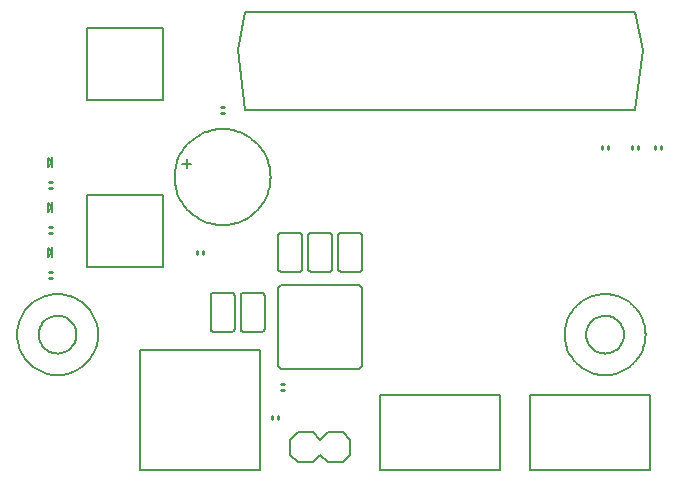
<source format=gto>
G75*
G70*
%OFA0B0*%
%FSLAX24Y24*%
%IPPOS*%
%LPD*%
%AMOC8*
5,1,8,0,0,1.08239X$1,22.5*
%
%ADD10C,0.0050*%
%ADD11C,0.0070*%
%ADD12C,0.0100*%
%ADD13C,0.0060*%
%ADD14C,0.0080*%
D10*
X013930Y001680D02*
X017930Y001680D01*
X017930Y004180D01*
X013930Y004180D01*
X013930Y001680D01*
X018930Y001680D02*
X018930Y004180D01*
X022930Y004180D01*
X022930Y001680D01*
X018930Y001680D01*
X022430Y013680D02*
X009430Y013680D01*
X009180Y015680D01*
X009430Y016930D01*
X022430Y016930D01*
X022680Y015680D01*
X022430Y013680D01*
D11*
X003000Y012100D02*
X003000Y011930D01*
X002860Y011780D01*
X002860Y012080D01*
X003001Y011930D01*
X003000Y011930D02*
X003000Y011760D01*
X003000Y010600D02*
X003000Y010430D01*
X002860Y010280D01*
X002860Y010580D01*
X003001Y010430D01*
X003000Y010430D02*
X003000Y010260D01*
X003000Y009100D02*
X003000Y008930D01*
X002860Y008780D01*
X002860Y009080D01*
X003001Y008930D01*
X003000Y008930D02*
X003000Y008760D01*
D12*
X002980Y008280D02*
X002880Y008280D01*
X002880Y008080D02*
X002980Y008080D01*
X002980Y009580D02*
X002880Y009580D01*
X002880Y009780D02*
X002980Y009780D01*
X002980Y011080D02*
X002880Y011080D01*
X002880Y011280D02*
X002980Y011280D01*
X007830Y008980D02*
X007830Y008880D01*
X008030Y008880D02*
X008030Y008980D01*
X010630Y004530D02*
X010730Y004530D01*
X010730Y004330D02*
X010630Y004330D01*
X010530Y003480D02*
X010530Y003380D01*
X010330Y003380D02*
X010330Y003480D01*
X021330Y012380D02*
X021330Y012480D01*
X021530Y012480D02*
X021530Y012380D01*
X022330Y012380D02*
X022330Y012480D01*
X022530Y012480D02*
X022530Y012380D01*
X023080Y012380D02*
X023080Y012480D01*
X023280Y012480D02*
X023280Y012380D01*
X008730Y013580D02*
X008630Y013580D01*
X008630Y013780D02*
X008730Y013780D01*
D13*
X005930Y005680D02*
X005930Y001680D01*
X009930Y001680D01*
X009930Y005680D01*
X005930Y005680D01*
X008280Y006380D02*
X008280Y007480D01*
X008282Y007497D01*
X008286Y007514D01*
X008293Y007530D01*
X008303Y007544D01*
X008316Y007557D01*
X008330Y007567D01*
X008346Y007574D01*
X008363Y007578D01*
X008380Y007580D01*
X008980Y007580D01*
X008997Y007578D01*
X009014Y007574D01*
X009030Y007567D01*
X009044Y007557D01*
X009057Y007544D01*
X009067Y007530D01*
X009074Y007514D01*
X009078Y007497D01*
X009080Y007480D01*
X009080Y006380D01*
X009078Y006363D01*
X009074Y006346D01*
X009067Y006330D01*
X009057Y006316D01*
X009044Y006303D01*
X009030Y006293D01*
X009014Y006286D01*
X008997Y006282D01*
X008980Y006280D01*
X008380Y006280D01*
X008363Y006282D01*
X008346Y006286D01*
X008330Y006293D01*
X008316Y006303D01*
X008303Y006316D01*
X008293Y006330D01*
X008286Y006346D01*
X008282Y006363D01*
X008280Y006380D01*
X009280Y006380D02*
X009280Y007480D01*
X009282Y007497D01*
X009286Y007514D01*
X009293Y007530D01*
X009303Y007544D01*
X009316Y007557D01*
X009330Y007567D01*
X009346Y007574D01*
X009363Y007578D01*
X009380Y007580D01*
X009980Y007580D01*
X009997Y007578D01*
X010014Y007574D01*
X010030Y007567D01*
X010044Y007557D01*
X010057Y007544D01*
X010067Y007530D01*
X010074Y007514D01*
X010078Y007497D01*
X010080Y007480D01*
X010080Y006380D01*
X010078Y006363D01*
X010074Y006346D01*
X010067Y006330D01*
X010057Y006316D01*
X010044Y006303D01*
X010030Y006293D01*
X010014Y006286D01*
X009997Y006282D01*
X009980Y006280D01*
X009380Y006280D01*
X009363Y006282D01*
X009346Y006286D01*
X009330Y006293D01*
X009316Y006303D01*
X009303Y006316D01*
X009293Y006330D01*
X009286Y006346D01*
X009282Y006363D01*
X009280Y006380D01*
X010530Y005130D02*
X010530Y007730D01*
X010630Y007830D01*
X013230Y007830D01*
X013330Y007730D01*
X013330Y005130D01*
X013230Y005030D01*
X010630Y005030D01*
X010530Y005130D01*
X011180Y002930D02*
X010930Y002680D01*
X010930Y002180D01*
X011180Y001930D01*
X011680Y001930D01*
X011930Y002180D01*
X012180Y001930D01*
X012680Y001930D01*
X012930Y002180D01*
X012930Y002680D01*
X012680Y002930D01*
X012180Y002930D01*
X011930Y002680D01*
X011680Y002930D01*
X011180Y002930D01*
X011230Y008280D02*
X010630Y008280D01*
X010613Y008282D01*
X010596Y008286D01*
X010580Y008293D01*
X010566Y008303D01*
X010553Y008316D01*
X010543Y008330D01*
X010536Y008346D01*
X010532Y008363D01*
X010530Y008380D01*
X010530Y009480D01*
X010532Y009497D01*
X010536Y009514D01*
X010543Y009530D01*
X010553Y009544D01*
X010566Y009557D01*
X010580Y009567D01*
X010596Y009574D01*
X010613Y009578D01*
X010630Y009580D01*
X011230Y009580D01*
X011247Y009578D01*
X011264Y009574D01*
X011280Y009567D01*
X011294Y009557D01*
X011307Y009544D01*
X011317Y009530D01*
X011324Y009514D01*
X011328Y009497D01*
X011330Y009480D01*
X011330Y008380D01*
X011328Y008363D01*
X011324Y008346D01*
X011317Y008330D01*
X011307Y008316D01*
X011294Y008303D01*
X011280Y008293D01*
X011264Y008286D01*
X011247Y008282D01*
X011230Y008280D01*
X011530Y008380D02*
X011530Y009480D01*
X011532Y009497D01*
X011536Y009514D01*
X011543Y009530D01*
X011553Y009544D01*
X011566Y009557D01*
X011580Y009567D01*
X011596Y009574D01*
X011613Y009578D01*
X011630Y009580D01*
X012230Y009580D01*
X012247Y009578D01*
X012264Y009574D01*
X012280Y009567D01*
X012294Y009557D01*
X012307Y009544D01*
X012317Y009530D01*
X012324Y009514D01*
X012328Y009497D01*
X012330Y009480D01*
X012330Y008380D01*
X012328Y008363D01*
X012324Y008346D01*
X012317Y008330D01*
X012307Y008316D01*
X012294Y008303D01*
X012280Y008293D01*
X012264Y008286D01*
X012247Y008282D01*
X012230Y008280D01*
X011630Y008280D01*
X011613Y008282D01*
X011596Y008286D01*
X011580Y008293D01*
X011566Y008303D01*
X011553Y008316D01*
X011543Y008330D01*
X011536Y008346D01*
X011532Y008363D01*
X011530Y008380D01*
X012530Y008380D02*
X012530Y009480D01*
X012532Y009497D01*
X012536Y009514D01*
X012543Y009530D01*
X012553Y009544D01*
X012566Y009557D01*
X012580Y009567D01*
X012596Y009574D01*
X012613Y009578D01*
X012630Y009580D01*
X013230Y009580D01*
X013247Y009578D01*
X013264Y009574D01*
X013280Y009567D01*
X013294Y009557D01*
X013307Y009544D01*
X013317Y009530D01*
X013324Y009514D01*
X013328Y009497D01*
X013330Y009480D01*
X013330Y008380D01*
X013328Y008363D01*
X013324Y008346D01*
X013317Y008330D01*
X013307Y008316D01*
X013294Y008303D01*
X013280Y008293D01*
X013264Y008286D01*
X013247Y008282D01*
X013230Y008280D01*
X012630Y008280D01*
X012613Y008282D01*
X012596Y008286D01*
X012580Y008293D01*
X012566Y008303D01*
X012553Y008316D01*
X012543Y008330D01*
X012536Y008346D01*
X012532Y008363D01*
X012530Y008380D01*
X007080Y011430D02*
X007082Y011510D01*
X007088Y011589D01*
X007098Y011668D01*
X007112Y011747D01*
X007129Y011825D01*
X007151Y011902D01*
X007176Y011977D01*
X007206Y012051D01*
X007238Y012124D01*
X007275Y012195D01*
X007315Y012264D01*
X007358Y012331D01*
X007405Y012396D01*
X007454Y012458D01*
X007507Y012518D01*
X007563Y012575D01*
X007621Y012630D01*
X007682Y012681D01*
X007746Y012729D01*
X007812Y012774D01*
X007880Y012816D01*
X007950Y012854D01*
X008022Y012888D01*
X008095Y012919D01*
X008170Y012947D01*
X008247Y012970D01*
X008324Y012990D01*
X008402Y013006D01*
X008481Y013018D01*
X008560Y013026D01*
X008640Y013030D01*
X008720Y013030D01*
X008800Y013026D01*
X008879Y013018D01*
X008958Y013006D01*
X009036Y012990D01*
X009113Y012970D01*
X009190Y012947D01*
X009265Y012919D01*
X009338Y012888D01*
X009410Y012854D01*
X009480Y012816D01*
X009548Y012774D01*
X009614Y012729D01*
X009678Y012681D01*
X009739Y012630D01*
X009797Y012575D01*
X009853Y012518D01*
X009906Y012458D01*
X009955Y012396D01*
X010002Y012331D01*
X010045Y012264D01*
X010085Y012195D01*
X010122Y012124D01*
X010154Y012051D01*
X010184Y011977D01*
X010209Y011902D01*
X010231Y011825D01*
X010248Y011747D01*
X010262Y011668D01*
X010272Y011589D01*
X010278Y011510D01*
X010280Y011430D01*
X010278Y011350D01*
X010272Y011271D01*
X010262Y011192D01*
X010248Y011113D01*
X010231Y011035D01*
X010209Y010958D01*
X010184Y010883D01*
X010154Y010809D01*
X010122Y010736D01*
X010085Y010665D01*
X010045Y010596D01*
X010002Y010529D01*
X009955Y010464D01*
X009906Y010402D01*
X009853Y010342D01*
X009797Y010285D01*
X009739Y010230D01*
X009678Y010179D01*
X009614Y010131D01*
X009548Y010086D01*
X009480Y010044D01*
X009410Y010006D01*
X009338Y009972D01*
X009265Y009941D01*
X009190Y009913D01*
X009113Y009890D01*
X009036Y009870D01*
X008958Y009854D01*
X008879Y009842D01*
X008800Y009834D01*
X008720Y009830D01*
X008640Y009830D01*
X008560Y009834D01*
X008481Y009842D01*
X008402Y009854D01*
X008324Y009870D01*
X008247Y009890D01*
X008170Y009913D01*
X008095Y009941D01*
X008022Y009972D01*
X007950Y010006D01*
X007880Y010044D01*
X007812Y010086D01*
X007746Y010131D01*
X007682Y010179D01*
X007621Y010230D01*
X007563Y010285D01*
X007507Y010342D01*
X007454Y010402D01*
X007405Y010464D01*
X007358Y010529D01*
X007315Y010596D01*
X007275Y010665D01*
X007238Y010736D01*
X007206Y010809D01*
X007176Y010883D01*
X007151Y010958D01*
X007129Y011035D01*
X007112Y011113D01*
X007098Y011192D01*
X007088Y011271D01*
X007082Y011350D01*
X007080Y011430D01*
X007480Y011730D02*
X007480Y012030D01*
X007330Y011880D02*
X007630Y011880D01*
X001830Y006180D02*
X001832Y006253D01*
X001838Y006326D01*
X001848Y006398D01*
X001862Y006470D01*
X001879Y006541D01*
X001901Y006611D01*
X001926Y006680D01*
X001955Y006747D01*
X001987Y006812D01*
X002023Y006876D01*
X002063Y006938D01*
X002105Y006997D01*
X002151Y007054D01*
X002200Y007108D01*
X002252Y007160D01*
X002306Y007209D01*
X002363Y007255D01*
X002422Y007297D01*
X002484Y007337D01*
X002548Y007373D01*
X002613Y007405D01*
X002680Y007434D01*
X002749Y007459D01*
X002819Y007481D01*
X002890Y007498D01*
X002962Y007512D01*
X003034Y007522D01*
X003107Y007528D01*
X003180Y007530D01*
X003253Y007528D01*
X003326Y007522D01*
X003398Y007512D01*
X003470Y007498D01*
X003541Y007481D01*
X003611Y007459D01*
X003680Y007434D01*
X003747Y007405D01*
X003812Y007373D01*
X003876Y007337D01*
X003938Y007297D01*
X003997Y007255D01*
X004054Y007209D01*
X004108Y007160D01*
X004160Y007108D01*
X004209Y007054D01*
X004255Y006997D01*
X004297Y006938D01*
X004337Y006876D01*
X004373Y006812D01*
X004405Y006747D01*
X004434Y006680D01*
X004459Y006611D01*
X004481Y006541D01*
X004498Y006470D01*
X004512Y006398D01*
X004522Y006326D01*
X004528Y006253D01*
X004530Y006180D01*
X004528Y006107D01*
X004522Y006034D01*
X004512Y005962D01*
X004498Y005890D01*
X004481Y005819D01*
X004459Y005749D01*
X004434Y005680D01*
X004405Y005613D01*
X004373Y005548D01*
X004337Y005484D01*
X004297Y005422D01*
X004255Y005363D01*
X004209Y005306D01*
X004160Y005252D01*
X004108Y005200D01*
X004054Y005151D01*
X003997Y005105D01*
X003938Y005063D01*
X003876Y005023D01*
X003812Y004987D01*
X003747Y004955D01*
X003680Y004926D01*
X003611Y004901D01*
X003541Y004879D01*
X003470Y004862D01*
X003398Y004848D01*
X003326Y004838D01*
X003253Y004832D01*
X003180Y004830D01*
X003107Y004832D01*
X003034Y004838D01*
X002962Y004848D01*
X002890Y004862D01*
X002819Y004879D01*
X002749Y004901D01*
X002680Y004926D01*
X002613Y004955D01*
X002548Y004987D01*
X002484Y005023D01*
X002422Y005063D01*
X002363Y005105D01*
X002306Y005151D01*
X002252Y005200D01*
X002200Y005252D01*
X002151Y005306D01*
X002105Y005363D01*
X002063Y005422D01*
X002023Y005484D01*
X001987Y005548D01*
X001955Y005613D01*
X001926Y005680D01*
X001901Y005749D01*
X001879Y005819D01*
X001862Y005890D01*
X001848Y005962D01*
X001838Y006034D01*
X001832Y006107D01*
X001830Y006180D01*
X020080Y006180D02*
X020082Y006253D01*
X020088Y006326D01*
X020098Y006398D01*
X020112Y006470D01*
X020129Y006541D01*
X020151Y006611D01*
X020176Y006680D01*
X020205Y006747D01*
X020237Y006812D01*
X020273Y006876D01*
X020313Y006938D01*
X020355Y006997D01*
X020401Y007054D01*
X020450Y007108D01*
X020502Y007160D01*
X020556Y007209D01*
X020613Y007255D01*
X020672Y007297D01*
X020734Y007337D01*
X020798Y007373D01*
X020863Y007405D01*
X020930Y007434D01*
X020999Y007459D01*
X021069Y007481D01*
X021140Y007498D01*
X021212Y007512D01*
X021284Y007522D01*
X021357Y007528D01*
X021430Y007530D01*
X021503Y007528D01*
X021576Y007522D01*
X021648Y007512D01*
X021720Y007498D01*
X021791Y007481D01*
X021861Y007459D01*
X021930Y007434D01*
X021997Y007405D01*
X022062Y007373D01*
X022126Y007337D01*
X022188Y007297D01*
X022247Y007255D01*
X022304Y007209D01*
X022358Y007160D01*
X022410Y007108D01*
X022459Y007054D01*
X022505Y006997D01*
X022547Y006938D01*
X022587Y006876D01*
X022623Y006812D01*
X022655Y006747D01*
X022684Y006680D01*
X022709Y006611D01*
X022731Y006541D01*
X022748Y006470D01*
X022762Y006398D01*
X022772Y006326D01*
X022778Y006253D01*
X022780Y006180D01*
X022778Y006107D01*
X022772Y006034D01*
X022762Y005962D01*
X022748Y005890D01*
X022731Y005819D01*
X022709Y005749D01*
X022684Y005680D01*
X022655Y005613D01*
X022623Y005548D01*
X022587Y005484D01*
X022547Y005422D01*
X022505Y005363D01*
X022459Y005306D01*
X022410Y005252D01*
X022358Y005200D01*
X022304Y005151D01*
X022247Y005105D01*
X022188Y005063D01*
X022126Y005023D01*
X022062Y004987D01*
X021997Y004955D01*
X021930Y004926D01*
X021861Y004901D01*
X021791Y004879D01*
X021720Y004862D01*
X021648Y004848D01*
X021576Y004838D01*
X021503Y004832D01*
X021430Y004830D01*
X021357Y004832D01*
X021284Y004838D01*
X021212Y004848D01*
X021140Y004862D01*
X021069Y004879D01*
X020999Y004901D01*
X020930Y004926D01*
X020863Y004955D01*
X020798Y004987D01*
X020734Y005023D01*
X020672Y005063D01*
X020613Y005105D01*
X020556Y005151D01*
X020502Y005200D01*
X020450Y005252D01*
X020401Y005306D01*
X020355Y005363D01*
X020313Y005422D01*
X020273Y005484D01*
X020237Y005548D01*
X020205Y005613D01*
X020176Y005680D01*
X020151Y005749D01*
X020129Y005819D01*
X020112Y005890D01*
X020098Y005962D01*
X020088Y006034D01*
X020082Y006107D01*
X020080Y006180D01*
D14*
X020800Y006180D02*
X020802Y006230D01*
X020808Y006280D01*
X020818Y006329D01*
X020832Y006377D01*
X020849Y006424D01*
X020870Y006469D01*
X020895Y006513D01*
X020923Y006554D01*
X020955Y006593D01*
X020989Y006630D01*
X021026Y006664D01*
X021066Y006694D01*
X021108Y006721D01*
X021152Y006745D01*
X021198Y006766D01*
X021245Y006782D01*
X021293Y006795D01*
X021343Y006804D01*
X021392Y006809D01*
X021443Y006810D01*
X021493Y006807D01*
X021542Y006800D01*
X021591Y006789D01*
X021639Y006774D01*
X021685Y006756D01*
X021730Y006734D01*
X021773Y006708D01*
X021814Y006679D01*
X021853Y006647D01*
X021889Y006612D01*
X021921Y006574D01*
X021951Y006534D01*
X021978Y006491D01*
X022001Y006447D01*
X022020Y006401D01*
X022036Y006353D01*
X022048Y006304D01*
X022056Y006255D01*
X022060Y006205D01*
X022060Y006155D01*
X022056Y006105D01*
X022048Y006056D01*
X022036Y006007D01*
X022020Y005959D01*
X022001Y005913D01*
X021978Y005869D01*
X021951Y005826D01*
X021921Y005786D01*
X021889Y005748D01*
X021853Y005713D01*
X021814Y005681D01*
X021773Y005652D01*
X021730Y005626D01*
X021685Y005604D01*
X021639Y005586D01*
X021591Y005571D01*
X021542Y005560D01*
X021493Y005553D01*
X021443Y005550D01*
X021392Y005551D01*
X021343Y005556D01*
X021293Y005565D01*
X021245Y005578D01*
X021198Y005594D01*
X021152Y005615D01*
X021108Y005639D01*
X021066Y005666D01*
X021026Y005696D01*
X020989Y005730D01*
X020955Y005767D01*
X020923Y005806D01*
X020895Y005847D01*
X020870Y005891D01*
X020849Y005936D01*
X020832Y005983D01*
X020818Y006031D01*
X020808Y006080D01*
X020802Y006130D01*
X020800Y006180D01*
X006700Y008443D02*
X006700Y010843D01*
X004160Y010843D01*
X004160Y010813D02*
X004160Y008443D01*
X006700Y008443D01*
X002550Y006180D02*
X002552Y006230D01*
X002558Y006280D01*
X002568Y006329D01*
X002582Y006377D01*
X002599Y006424D01*
X002620Y006469D01*
X002645Y006513D01*
X002673Y006554D01*
X002705Y006593D01*
X002739Y006630D01*
X002776Y006664D01*
X002816Y006694D01*
X002858Y006721D01*
X002902Y006745D01*
X002948Y006766D01*
X002995Y006782D01*
X003043Y006795D01*
X003093Y006804D01*
X003142Y006809D01*
X003193Y006810D01*
X003243Y006807D01*
X003292Y006800D01*
X003341Y006789D01*
X003389Y006774D01*
X003435Y006756D01*
X003480Y006734D01*
X003523Y006708D01*
X003564Y006679D01*
X003603Y006647D01*
X003639Y006612D01*
X003671Y006574D01*
X003701Y006534D01*
X003728Y006491D01*
X003751Y006447D01*
X003770Y006401D01*
X003786Y006353D01*
X003798Y006304D01*
X003806Y006255D01*
X003810Y006205D01*
X003810Y006155D01*
X003806Y006105D01*
X003798Y006056D01*
X003786Y006007D01*
X003770Y005959D01*
X003751Y005913D01*
X003728Y005869D01*
X003701Y005826D01*
X003671Y005786D01*
X003639Y005748D01*
X003603Y005713D01*
X003564Y005681D01*
X003523Y005652D01*
X003480Y005626D01*
X003435Y005604D01*
X003389Y005586D01*
X003341Y005571D01*
X003292Y005560D01*
X003243Y005553D01*
X003193Y005550D01*
X003142Y005551D01*
X003093Y005556D01*
X003043Y005565D01*
X002995Y005578D01*
X002948Y005594D01*
X002902Y005615D01*
X002858Y005639D01*
X002816Y005666D01*
X002776Y005696D01*
X002739Y005730D01*
X002705Y005767D01*
X002673Y005806D01*
X002645Y005847D01*
X002620Y005891D01*
X002599Y005936D01*
X002582Y005983D01*
X002568Y006031D01*
X002558Y006080D01*
X002552Y006130D01*
X002550Y006180D01*
X004160Y014017D02*
X006700Y014017D01*
X006700Y014047D02*
X006700Y016417D01*
X004160Y016417D01*
X004160Y014017D01*
M02*

</source>
